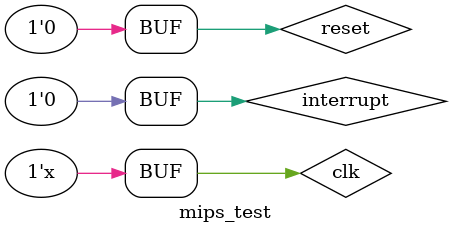
<source format=v>
`timescale 1ns / 1ps


module mips_test;

	// Inputs
	reg clk;
	reg reset;
	reg interrupt;

	// Outputs
	wire [31:0] addr;

	// Instantiate the Unit Under Test (UUT)
	mips uut (
		.clk(clk), 
		.reset(reset), 
		.interrupt(interrupt), 
		.addr(addr)
	);

	initial begin
		// Initialize Inputs
		clk = 0;
		reset = 0;
		interrupt = 0;

		// Wait 100 ns for global reset to finish
        
		// Add stimulus here

	end
	always #2 clk = ~clk;
      
endmodule


</source>
